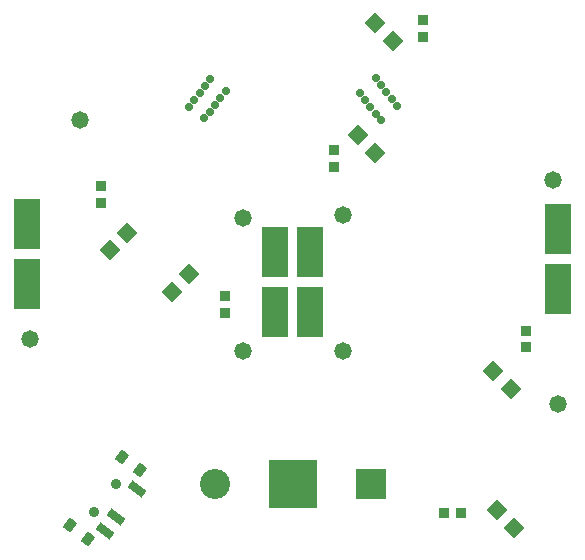
<source format=gts>
G04*
G04 #@! TF.GenerationSoftware,Altium Limited,Altium Designer,23.1.1 (15)*
G04*
G04 Layer_Color=8388736*
%FSLAX44Y44*%
%MOMM*%
G71*
G04*
G04 #@! TF.SameCoordinates,FE5ED9A9-07CB-4C5F-963A-3420CF118FF3*
G04*
G04*
G04 #@! TF.FilePolarity,Negative*
G04*
G01*
G75*
G04:AMPARAMS|DCode=14|XSize=0.7mm|YSize=1.5mm|CornerRadius=0mm|HoleSize=0mm|Usage=FLASHONLY|Rotation=233.000|XOffset=0mm|YOffset=0mm|HoleType=Round|Shape=Rectangle|*
%AMROTATEDRECTD14*
4,1,4,-0.3883,0.7309,0.8096,-0.1718,0.3883,-0.7309,-0.8096,0.1718,-0.3883,0.7309,0.0*
%
%ADD14ROTATEDRECTD14*%

G04:AMPARAMS|DCode=15|XSize=1mm|YSize=0.8mm|CornerRadius=0mm|HoleSize=0mm|Usage=FLASHONLY|Rotation=233.000|XOffset=0mm|YOffset=0mm|HoleType=Round|Shape=Rectangle|*
%AMROTATEDRECTD15*
4,1,4,-0.0186,0.6401,0.6204,0.1586,0.0186,-0.6401,-0.6204,-0.1586,-0.0186,0.6401,0.0*
%
%ADD15ROTATEDRECTD15*%

%ADD16R,0.9621X0.9350*%
%ADD18P,1.6971X4X360.0*%
%ADD19P,1.6971X4X90.0*%
%ADD20R,0.9350X0.9621*%
%ADD21R,4.1632X4.1632*%
%ADD22R,2.2032X4.2032*%
%ADD23C,2.5532*%
%ADD24R,2.5532X2.5532*%
%ADD25C,0.9000*%
%ADD26C,0.7032*%
%ADD27C,1.4732*%
D14*
X90435Y31499D02*
D03*
X81408Y19519D02*
D03*
X108490Y55458D02*
D03*
D15*
X110646Y71363D02*
D03*
X66713Y13063D02*
D03*
X95232Y82978D02*
D03*
X51300Y24678D02*
D03*
D16*
X437500Y189654D02*
D03*
Y175346D02*
D03*
X275000Y342154D02*
D03*
Y327846D02*
D03*
X182351Y218730D02*
D03*
Y204422D02*
D03*
X77500Y297846D02*
D03*
Y312154D02*
D03*
X350000Y452154D02*
D03*
Y437846D02*
D03*
D18*
X324849Y435151D02*
D03*
X310000Y450000D02*
D03*
Y340000D02*
D03*
X295151Y354849D02*
D03*
X427425Y22575D02*
D03*
X412575Y37425D02*
D03*
X424849Y140151D02*
D03*
X410000Y155000D02*
D03*
D19*
X152425Y237425D02*
D03*
X137575Y222575D02*
D03*
X85075Y257575D02*
D03*
X99925Y272425D02*
D03*
D20*
X382154Y35000D02*
D03*
X367846D02*
D03*
D21*
X240000Y60000D02*
D03*
D22*
X255000Y205000D02*
D03*
Y255800D02*
D03*
X225000Y205000D02*
D03*
Y255800D02*
D03*
X465000Y275800D02*
D03*
Y225000D02*
D03*
X15000Y229200D02*
D03*
Y280000D02*
D03*
D23*
X173950Y60000D02*
D03*
D24*
X306050D02*
D03*
D25*
X90000D02*
D03*
X71946Y36041D02*
D03*
D26*
X328716Y379720D02*
D03*
X324144Y385816D02*
D03*
X319318Y391658D02*
D03*
X315000Y397500D02*
D03*
X310682Y403342D02*
D03*
X183208Y392526D02*
D03*
X178636Y386684D02*
D03*
X174318Y380842D02*
D03*
X170000Y375000D02*
D03*
X165174Y369412D02*
D03*
X296966Y390614D02*
D03*
X301538Y384772D02*
D03*
X305856Y378930D02*
D03*
X310174Y373088D02*
D03*
X315000Y367500D02*
D03*
X151966Y378878D02*
D03*
X156538Y384974D02*
D03*
X161364Y390816D02*
D03*
X165682Y396658D02*
D03*
X170000Y402500D02*
D03*
D27*
X282500Y172500D02*
D03*
Y287500D02*
D03*
X197500Y172500D02*
D03*
Y285000D02*
D03*
X60000Y367500D02*
D03*
X17500Y182500D02*
D03*
X465000Y127500D02*
D03*
X460000Y317500D02*
D03*
M02*

</source>
